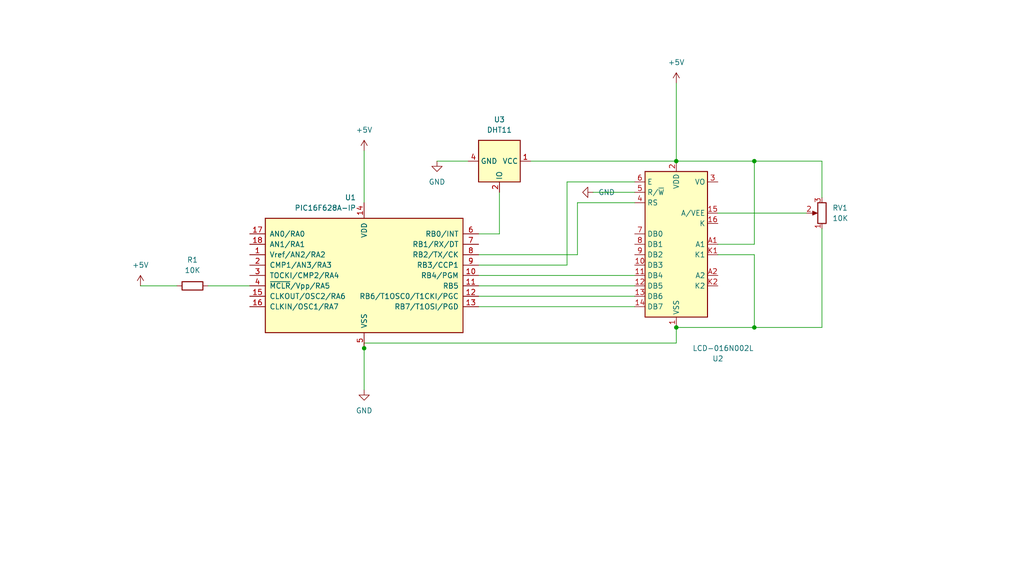
<source format=kicad_sch>
(kicad_sch (version 20230121) (generator eeschema)
  (paper "User" 250.012 140.005)
  (title_block (title "PIC16F628A for Beginners - 1") (company "Ricardo Lima Caratti") (comment 1 "Climate status using the DHT11 sensor with PIC16F628A and LCD16x2"))
  (lib_symbols
    (symbol "Device:R" (pin_numbers hide) (pin_names (offset 0))
      (property "Reference" "R" (at 2.032 0 90))
      (property "Value" "R" (at 0 0 90))
      (symbol "R_0_1"
        (rectangle (start -1.016 -2.54) (end 1.016 2.54) (stroke (width 0.254)))
      )
      (symbol "R_1_1"
        (pin passive line (at 0 3.81 270) (length 1.27) (name "~") (number "1"))
        (pin passive line (at 0 -3.81 90) (length 1.27) (name "~") (number "2"))
      )
    )
    (symbol "Device:R_Potentiometer" (pin_names (offset 1.016) hide)
      (property "Reference" "RV" (at -4.445 0 90))
      (property "Value" "R_Potentiometer" (at -2.54 0 90))
      (symbol "R_Potentiometer_0_1"
        (polyline (pts (xy 2.54 0) (xy 1.524 0)))
        (polyline (pts (xy 1.143 0) (xy 2.286 0.508) (xy 2.286 -0.508) (xy 1.143 0)) (fill (type outline)))
        (rectangle (start 1.016 2.54) (end -1.016 -2.54) (stroke (width 0.254)))
      )
      (symbol "R_Potentiometer_1_1"
        (pin passive line (at 0 3.81 270) (length 1.27) (name "1") (number "1"))
        (pin passive line (at 3.81 0 180) (length 1.27) (name "2") (number "2"))
        (pin passive line (at 0 -3.81 90) (length 1.27) (name "3") (number "3"))
      )
    )
    (symbol "Display_Character:LCD-016N002L"
      (property "Reference" "U" (at -6.35 18.796 0))
      (property "Value" "LCD-016N002L" (at 8.636 18.796 0))
      (symbol "LCD-016N002L_1_1"
        (rectangle (start -7.62 17.78) (end 7.62 -17.78) (stroke (width 0.254)) (fill (type background)))
        (pin power_in line (at 0 -20.32 90) (length 2.54) (name "VSS") (number "1"))
        (pin bidirectional line (at -10.16 -5.08 0) (length 2.54) (name "DB3") (number "10"))
        (pin bidirectional line (at -10.16 -7.62 0) (length 2.54) (name "DB4") (number "11"))
        (pin bidirectional line (at -10.16 -10.16 0) (length 2.54) (name "DB5") (number "12"))
        (pin bidirectional line (at -10.16 -12.7 0) (length 2.54) (name "DB6") (number "13"))
        (pin bidirectional line (at -10.16 -15.24 0) (length 2.54) (name "DB7") (number "14"))
        (pin power_in line (at 10.16 7.62 180) (length 2.54) (name "A/VEE") (number "15"))
        (pin power_in line (at 10.16 5.08 180) (length 2.54) (name "K") (number "16"))
        (pin power_in line (at 0 20.32 270) (length 2.54) (name "VDD") (number "2"))
        (pin input line (at 10.16 15.24 180) (length 2.54) (name "VO") (number "3"))
        (pin input line (at -10.16 10.16 0) (length 2.54) (name "RS") (number "4"))
        (pin input line (at -10.16 12.7 0) (length 2.54) (name "R/~{W}") (number "5"))
        (pin input line (at -10.16 15.24 0) (length 2.54) (name "E") (number "6"))
        (pin bidirectional line (at -10.16 2.54 0) (length 2.54) (name "DB0") (number "7"))
        (pin bidirectional line (at -10.16 0 0) (length 2.54) (name "DB1") (number "8"))
        (pin bidirectional line (at -10.16 -2.54 0) (length 2.54) (name "DB2") (number "9"))
        (pin power_in line (at 10.16 0 180) (length 2.54) (name "A1") (number "A1"))
        (pin power_in line (at 10.16 -7.62 180) (length 2.54) (name "A2") (number "A2"))
        (pin power_in line (at 10.16 -2.54 180) (length 2.54) (name "K1") (number "K1"))
        (pin power_in line (at 10.16 -10.16 180) (length 2.54) (name "K2") (number "K2"))
      )
    )
    (symbol "MCU_Microchip_PIC16:PIC16F628A-IP" (pin_names (offset 1.016))
      (property "Reference" "U" (at -24.13 17.78 0))
      (property "Value" "PIC16F628A-IP" (at -24.13 15.24 0))
      (symbol "PIC16F628A-IP_0_1"
        (rectangle (start 24.13 13.97) (end -24.13 -13.97) (stroke (width 0.254)) (fill (type background)))
      )
      (symbol "PIC16F628A-IP_1_1"
        (pin bidirectional line (at 27.94 5.08 180) (length 3.81) (name "Vref/AN2/RA2") (number "1"))
        (pin bidirectional line (at -27.94 0 0) (length 3.81) (name "RB4/PGM") (number "10"))
        (pin bidirectional line (at -27.94 -2.54 0) (length 3.81) (name "RB5") (number "11"))
        (pin bidirectional line (at -27.94 -5.08 0) (length 3.81) (name "RB6/T1OSC0/T1CKI/PGC") (number "12"))
        (pin bidirectional line (at -27.94 -7.62 0) (length 3.81) (name "RB7/T1OSI/PGD") (number "13"))
        (pin power_in line (at 0 17.78 270) (length 3.81) (name "VDD") (number "14"))
        (pin bidirectional line (at 27.94 -5.08 180) (length 3.81) (name "CLKOUT/OSC2/RA6") (number "15"))
        (pin bidirectional line (at 27.94 -7.62 180) (length 3.81) (name "CLKIN/OSC1/RA7") (number "16"))
        (pin bidirectional line (at 27.94 10.16 180) (length 3.81) (name "AN0/RA0") (number "17"))
        (pin bidirectional line (at 27.94 7.62 180) (length 3.81) (name "AN1/RA1") (number "18"))
        (pin bidirectional line (at 27.94 2.54 180) (length 3.81) (name "CMP1/AN3/RA3") (number "2"))
        (pin bidirectional line (at 27.94 0 180) (length 3.81) (name "TOCKI/CMP2/RA4") (number "3"))
        (pin input line (at 27.94 -2.54 180) (length 3.81) (name "~{MCLR}/Vpp/RA5") (number "4"))
        (pin power_in line (at 0 -17.78 90) (length 3.81) (name "VSS") (number "5"))
        (pin bidirectional line (at -27.94 10.16 0) (length 3.81) (name "RB0/INT") (number "6"))
        (pin bidirectional line (at -27.94 7.62 0) (length 3.81) (name "RB1/RX/DT") (number "7"))
        (pin bidirectional line (at -27.94 5.08 0) (length 3.81) (name "RB2/TX/CK") (number "8"))
        (pin bidirectional line (at -27.94 2.54 0) (length 3.81) (name "RB3/CCP1") (number "9"))
      )
    )
    (symbol "Sensor:DHT11"
      (property "Reference" "U" (at -3.81 6.35 0))
      (property "Value" "DHT11" (at 3.81 6.35 0))
      (symbol "DHT11_0_1"
        (rectangle (start -5.08 5.08) (end 5.08 -5.08) (stroke (width 0.254)) (fill (type background)))
      )
      (symbol "DHT11_1_1"
        (pin power_in line (at 0 7.62 270) (length 2.54) (name "VCC") (number "1"))
        (pin bidirectional line (at 7.62 0 180) (length 2.54) (name "IO") (number "2"))
        (pin no_connect line (at -5.08 0 0) (length 2.54) hide (name "NC") (number "3"))
        (pin power_in line (at 0 -7.62 90) (length 2.54) (name "GND") (number "4"))
      )
    )
    (symbol "power:+5V" (power) (pin_names (offset 0))
      (property "Value" "+5V" (at 0 3.556 0))
      (symbol "+5V_0_1"
        (polyline (pts (xy -0.762 1.27) (xy 0 2.54)))
        (polyline (pts (xy 0 0) (xy 0 2.54)))
        (polyline (pts (xy 0 2.54) (xy 0.762 1.27)))
      )
      (symbol "+5V_1_1"
        (pin power_in line (at 0 0 90) (length 0) hide (name "+5V") (number "1"))
      )
    )
    (symbol "power:GND" (power) (pin_names (offset 0))
      (property "Value" "GND" (at 0 -3.81 0))
      (symbol "GND_0_1"
        (polyline (pts (xy 0 0) (xy 0 -1.27) (xy 1.27 -1.27) (xy 0 -2.54) (xy -1.27 -1.27) (xy 0 -1.27)))
      )
      (symbol "GND_1_1"
        (pin power_in line (at 0 0 270) (length 0) hide (name "GND") (number "1"))
      )
    )
  )
  (junction (at 165.1 39.37))
  (junction (at 88.9 85.09))
  (junction (at 184.15 39.37))
  (junction (at 165.1 80.01))
  (junction (at 184.15 80.01))
  (wire (pts (xy 116.84 67.31) (xy 154.94 67.31)))
  (wire (pts (xy 184.15 39.37) (xy 200.66 39.37)))
  (wire (pts (xy 116.84 62.23) (xy 140.97 62.23)))
  (wire (pts (xy 116.84 57.15) (xy 121.92 57.15)))
  (wire (pts (xy 138.43 44.45) (xy 154.94 44.45)))
  (wire (pts (xy 175.26 59.69) (xy 184.15 59.69)))
  (wire (pts (xy 165.1 39.37) (xy 184.15 39.37)))
  (wire (pts (xy 116.84 74.93) (xy 154.94 74.93)))
  (wire (pts (xy 200.66 80.01) (xy 184.15 80.01)))
  (wire (pts (xy 88.9 83.82) (xy 88.9 85.09)))
  (wire (pts (xy 175.26 52.07) (xy 196.85 52.07)))
  (wire (pts (xy 116.84 72.39) (xy 154.94 72.39)))
  (wire (pts (xy 116.84 69.85) (xy 154.94 69.85)))
  (wire (pts (xy 140.97 62.23) (xy 140.97 49.53)))
  (wire (pts (xy 116.84 64.77) (xy 138.43 64.77)))
  (wire (pts (xy 121.92 46.99) (xy 121.92 57.15)))
  (wire (pts (xy 184.15 80.01) (xy 165.1 80.01)))
  (wire (pts (xy 200.66 55.88) (xy 200.66 80.01)))
  (wire (pts (xy 106.68 39.37) (xy 114.3 39.37)))
  (wire (pts (xy 140.97 49.53) (xy 154.94 49.53)))
  (wire (pts (xy 184.15 59.69) (xy 184.15 39.37)))
  (wire (pts (xy 88.9 85.09) (xy 88.9 95.25)))
  (wire (pts (xy 175.26 62.23) (xy 184.15 62.23)))
  (wire (pts (xy 34.29 69.85) (xy 43.18 69.85)))
  (wire (pts (xy 88.9 36.83) (xy 88.9 49.53)))
  (wire (pts (xy 165.1 20.32) (xy 165.1 39.37)))
  (wire (pts (xy 184.15 62.23) (xy 184.15 80.01)))
  (wire (pts (xy 60.96 69.85) (xy 50.8 69.85)))
  (wire (pts (xy 138.43 64.77) (xy 138.43 44.45)))
  (wire (pts (xy 129.54 39.37) (xy 165.1 39.37)))
  (wire (pts (xy 154.94 46.99) (xy 144.78 46.99)))
  (wire (pts (xy 165.1 80.01) (xy 165.1 83.82)))
  (wire (pts (xy 200.66 39.37) (xy 200.66 48.26)))
  (wire (pts (xy 88.9 83.82) (xy 165.1 83.82)))
  (symbol (lib_id "power:+5V") (at 88.9 36.83 0) (mirror y) (unit 1)
    (property "Reference" "#PWR01" (effects hide))
    (property "Value" "+5V" (at 88.9 31.75 0))
  )
  (symbol (lib_id "Display_Character:LCD-016N002L") (at 165.1 59.69 0) (unit 1)
    (property "Reference" "U2" (at 175.26 87.63 0))
    (property "Value" "LCD-016N002L" (at 176.53 85.09 0))
    (property "Footprint" "Display:LCD-016N002L" (effects hide))
    (property "Datasheet" "http://www.vishay.com/docs/37299/37299.pdf" (effects hide))
  )
  (symbol (lib_id "power:+5V") (at 165.1 20.32 0) (mirror y) (unit 1)
    (property "Reference" "#PWR05" (effects hide))
    (property "Value" "+5V" (at 165.1 15.24 0))
  )
  (symbol (lib_id "Device:R") (at 46.99 69.85 270) (mirror x) (unit 1)
    (property "Reference" "R1" (at 46.99 63.5 90))
    (property "Value" "10K" (at 46.99 66.04 90))
  )
  (symbol (lib_id "power:+5V") (at 34.29 69.85 0) (mirror y) (unit 1)
    (property "Reference" "#PWR04" (effects hide))
    (property "Value" "+5V" (at 34.29 64.77 0))
  )
  (symbol (lib_id "power:GND") (at 144.78 46.99 270) (mirror x) (unit 1)
    (property "Reference" "#PWR07" (effects hide))
    (property "Value" "GND" (at 146.05 46.99 90) (effects (justify left)))
  )
  (symbol (lib_id "Sensor:DHT11") (at 121.92 39.37 270) (unit 1)
    (property "Reference" "U3" (at 121.92 29.21 90))
    (property "Value" "DHT11" (at 121.92 31.75 90))
    (property "Footprint" "Sensor:Aosong_DHT11_5.5x12.0_P2.54mm" (effects hide))
    (property "Datasheet" "http://akizukidenshi.com/download/ds/aosong/DHT11.pdf" (effects hide))
  )
  (symbol (lib_id "power:GND") (at 88.9 95.25 0) (mirror y) (unit 1)
    (property "Reference" "#PWR02" (effects hide))
    (property "Value" "GND" (at 88.9 100.33 0))
  )
  (symbol (lib_id "Device:R_Potentiometer") (at 200.66 52.07 180) (unit 1)
    (property "Reference" "RV1" (at 203.2 50.8 0) (effects (justify right)))
    (property "Value" "10K" (at 203.2 53.34 0) (effects (justify right)))
  )
  (symbol (lib_id "power:GND") (at 106.68 39.37 0) (mirror y) (unit 1)
    (property "Reference" "#PWR03" (effects hide))
    (property "Value" "GND" (at 106.68 44.45 0))
  )
  (symbol (lib_id "MCU_Microchip_PIC16:PIC16F628A-IP") (at 88.9 67.31 0) (mirror y) (unit 1)
    (property "Reference" "U1" (at 86.9441 48.26 0) (effects (justify left)))
    (property "Value" "PIC16F628A-IP" (at 86.9441 50.8 0) (effects (justify left)))
    (property "Datasheet" "http://ww1.microchip.com/downloads/en/DeviceDoc/40300c.pdf" (effects hide))
  )
)
</source>
